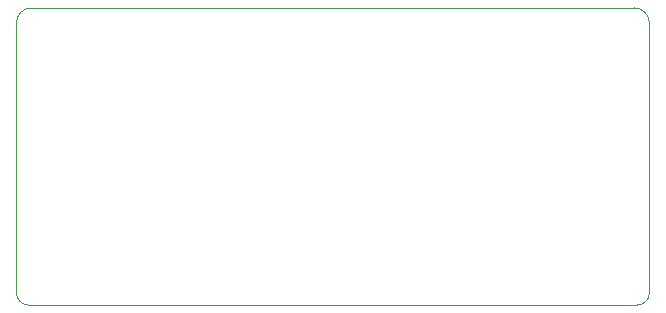
<source format=gbr>
%TF.GenerationSoftware,KiCad,Pcbnew,7.0.6*%
%TF.CreationDate,2024-05-30T22:34:02-07:00*%
%TF.ProjectId,pmod_lvl_shft,706d6f64-5f6c-4766-9c5f-736866742e6b,rev?*%
%TF.SameCoordinates,Original*%
%TF.FileFunction,Profile,NP*%
%FSLAX46Y46*%
G04 Gerber Fmt 4.6, Leading zero omitted, Abs format (unit mm)*
G04 Created by KiCad (PCBNEW 7.0.6) date 2024-05-30 22:34:02*
%MOMM*%
%LPD*%
G01*
G04 APERTURE LIST*
%TA.AperFunction,Profile*%
%ADD10C,0.100000*%
%TD*%
G04 APERTURE END LIST*
D10*
X124206000Y-73660000D02*
G75*
G03*
X125222000Y-74676000I1016000J0D01*
G01*
X125476000Y-49530000D02*
G75*
G03*
X124206000Y-50800000I0J-1270000D01*
G01*
X176784000Y-74676000D02*
G75*
G03*
X177800000Y-73660000I0J1016000D01*
G01*
X177800000Y-50800000D02*
G75*
G03*
X176530000Y-49530000I-1270000J0D01*
G01*
X125222000Y-74676000D02*
X176784000Y-74676000D01*
X124206000Y-50800000D02*
X124206000Y-73660000D01*
X125476000Y-49530000D02*
X176530000Y-49530000D01*
X177800000Y-50800000D02*
X177800000Y-73660000D01*
M02*

</source>
